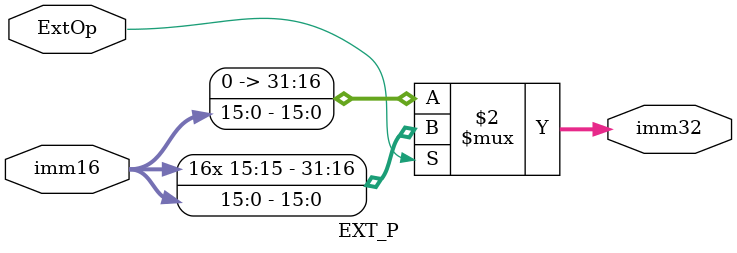
<source format=v>
module EXT_P(imm16,imm32,ExtOp);
input [15:0] imm16;
output [31:0] imm32;
input ExtOp;
assign imm32=(ExtOp==1)?{{16{imm16[15]}},imm16}:{16'b0,imm16};
endmodule


</source>
